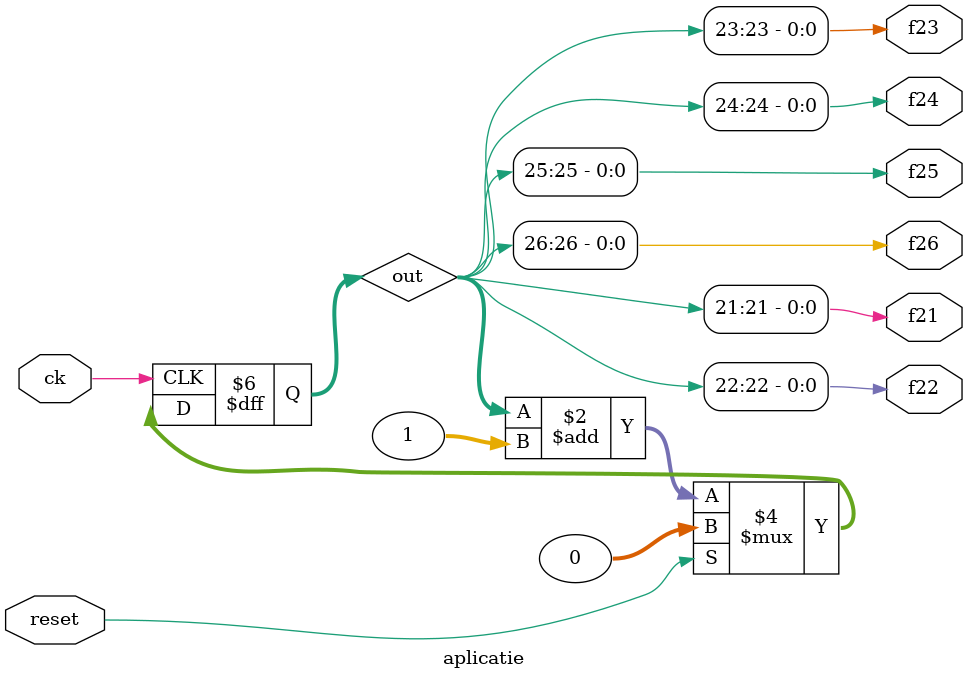
<source format=sv>
`timescale 1ns / 1ps

// 
//////////////////////////////////////////////////////////////////////////////////


module aplicatie(
input logic ck,
input logic reset,
output logic f26, f25, f24, f23, f22, f21
    );
    
    logic [31:0] out;
    
    always_ff@(posedge ck) begin
     if(reset) begin
      out <= 0;
     end
     else begin
      out <= out + 1;
     end
    end
    
    
    assign f26 = out[26];
    assign f25 = out[25];
    assign f24 = out[24];
    assign f23 = out[23];
    assign f22 = out[22];
    assign f21 = out[21];
    
endmodule

</source>
